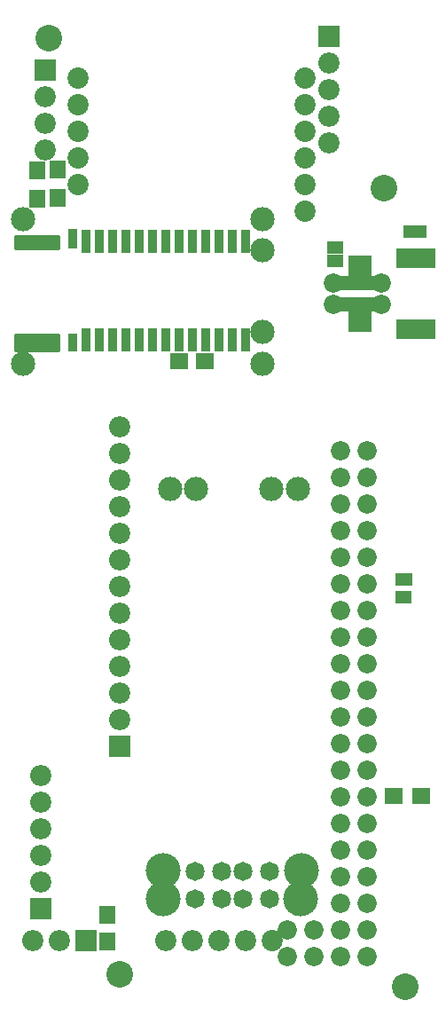
<source format=gts>
%TF.GenerationSoftware,KiCad,Pcbnew,4.0.4-stable*%
%TF.CreationDate,2017-05-07T04:07:06+03:00*%
%TF.ProjectId,back_prototype,6261636B5F70726F746F747970652E6B,rev?*%
%TF.FileFunction,Soldermask,Top*%
%FSLAX46Y46*%
G04 Gerber Fmt 4.6, Leading zero omitted, Abs format (unit mm)*
G04 Created by KiCad (PCBNEW 4.0.4-stable) date 05/07/17 04:07:06*
%MOMM*%
%LPD*%
G01*
G04 APERTURE LIST*
%ADD10C,0.100000*%
%ADD11C,2.540000*%
%ADD12R,1.620000X1.820000*%
%ADD13O,2.320000X2.320000*%
%ADD14R,2.020000X2.020000*%
%ADD15O,2.020000X2.020000*%
%ADD16R,3.820000X1.320000*%
%ADD17R,3.720000X1.920000*%
%ADD18C,1.844000*%
%ADD19R,2.320000X2.320000*%
%ADD20R,1.590000X1.290000*%
%ADD21C,2.020000*%
%ADD22R,1.820000X1.620000*%
%ADD23R,1.570000X1.820000*%
%ADD24R,1.820000X1.570000*%
%ADD25R,0.920000X1.720000*%
%ADD26R,0.920000X2.320000*%
%ADD27R,0.920000X1.920000*%
%ADD28R,0.820000X1.220000*%
%ADD29C,1.820000*%
%ADD30C,3.320000*%
%ADD31C,2.320000*%
%ADD32C,0.254000*%
G04 APERTURE END LIST*
D10*
D11*
X76850000Y-58200000D03*
D12*
X45656500Y-59198500D03*
X45656500Y-56498500D03*
D13*
X42324400Y-61180800D03*
X42324400Y-74980800D03*
X65184400Y-61180800D03*
X65184400Y-64180800D03*
X65184400Y-71980800D03*
X65184400Y-74980800D03*
D14*
X44069000Y-127000000D03*
D15*
X44069000Y-124460000D03*
X44069000Y-121920000D03*
X44069000Y-119380000D03*
X44069000Y-116840000D03*
X44069000Y-114300000D03*
D16*
X74288600Y-69326000D03*
X74288600Y-67326000D03*
D17*
X79838600Y-71726000D03*
X79838600Y-64926000D03*
D18*
X71983600Y-69342000D03*
X71983600Y-67310000D03*
X76555600Y-67310000D03*
X76555600Y-69342000D03*
D19*
X74523600Y-70866000D03*
X74523600Y-65786000D03*
D14*
X51562000Y-111506000D03*
D15*
X51562000Y-108966000D03*
X51562000Y-106426000D03*
X51562000Y-103886000D03*
X51562000Y-101346000D03*
X51562000Y-98806000D03*
X51562000Y-96266000D03*
X51562000Y-93726000D03*
X51562000Y-91186000D03*
X51562000Y-88646000D03*
X51562000Y-86106000D03*
X51562000Y-83566000D03*
X51562000Y-81026000D03*
D14*
X44450000Y-46990000D03*
D15*
X44450000Y-49530000D03*
X44450000Y-52070000D03*
X44450000Y-54610000D03*
D20*
X72186800Y-65156000D03*
X72186800Y-63876000D03*
D14*
X71577200Y-43789600D03*
D15*
X71577200Y-46329600D03*
X71577200Y-48869600D03*
X71577200Y-51409600D03*
X71577200Y-53949600D03*
D12*
X43688000Y-59215000D03*
X43688000Y-56515000D03*
D21*
X47599600Y-47701200D03*
X47599600Y-50241200D03*
X47599600Y-52781200D03*
X47599600Y-55321200D03*
X47599600Y-57861200D03*
X69299600Y-47701200D03*
X69299600Y-50241200D03*
X69299600Y-52781200D03*
X69299600Y-55321200D03*
X69299600Y-57861200D03*
X69299600Y-60401200D03*
D22*
X80408760Y-116240560D03*
X77708760Y-116240560D03*
D23*
X50355500Y-130091500D03*
X50355500Y-127591500D03*
D24*
X57233500Y-74739500D03*
X59733500Y-74739500D03*
D25*
X47117000Y-72992000D03*
D26*
X48387000Y-72692000D03*
X49657000Y-72692000D03*
X50927000Y-72692000D03*
X52197000Y-72692000D03*
X53467000Y-72692000D03*
X54737000Y-72692000D03*
X56007000Y-72692000D03*
X57277000Y-72692000D03*
X58547000Y-72692000D03*
X59817000Y-72692000D03*
X61087000Y-72692000D03*
X62357000Y-72692000D03*
X63627000Y-72692000D03*
X63627000Y-63292000D03*
X62357000Y-63292000D03*
X61087000Y-63292000D03*
X59817000Y-63292000D03*
X58547000Y-63292000D03*
X57277000Y-63292000D03*
X56007000Y-63292000D03*
X54737000Y-63292000D03*
X53467000Y-63292000D03*
X52197000Y-63292000D03*
X50927000Y-63292000D03*
X49657000Y-63292000D03*
X48387000Y-63292000D03*
D27*
X47117000Y-63092000D03*
D28*
X78323440Y-97271840D03*
X79023440Y-97271840D03*
X78354960Y-95554800D03*
X79054960Y-95554800D03*
D29*
X65847500Y-126050500D03*
X63307500Y-126050500D03*
X61277500Y-126050500D03*
X58737500Y-126050500D03*
D30*
X68897500Y-123380500D03*
X55737500Y-123380500D03*
D14*
X48323500Y-130048000D03*
D15*
X45783500Y-130048000D03*
X43243500Y-130048000D03*
D29*
X58777600Y-123393200D03*
X61317600Y-123393200D03*
X63347600Y-123393200D03*
X65887600Y-123393200D03*
D30*
X55727600Y-126063200D03*
X68887600Y-126063200D03*
D21*
X66103500Y-130048000D03*
D15*
X63563500Y-130048000D03*
X61023500Y-130048000D03*
X58483500Y-130048000D03*
X55943500Y-130048000D03*
D18*
X72644000Y-83312000D03*
X75184000Y-83312000D03*
X72644000Y-85852000D03*
X75184000Y-85852000D03*
X72644000Y-88392000D03*
X75184000Y-88392000D03*
X72644000Y-90932000D03*
X75184000Y-90932000D03*
X72644000Y-93472000D03*
X75184000Y-93472000D03*
X72644000Y-96012000D03*
X75184000Y-96012000D03*
X72644000Y-98552000D03*
X75184000Y-98552000D03*
X72644000Y-101092000D03*
X75184000Y-101092000D03*
X72644000Y-103632000D03*
X75184000Y-103632000D03*
X72644000Y-106172000D03*
X75184000Y-106172000D03*
X72644000Y-108712000D03*
X75184000Y-108712000D03*
X72644000Y-111252000D03*
X75184000Y-111252000D03*
X72644000Y-113792000D03*
X75184000Y-113792000D03*
X72644000Y-116332000D03*
X75184000Y-116332000D03*
X72644000Y-118872000D03*
X75184000Y-118872000D03*
X72644000Y-121412000D03*
X75184000Y-121412000D03*
X72644000Y-123952000D03*
X75184000Y-123952000D03*
X72644000Y-126492000D03*
X75184000Y-126492000D03*
X72644000Y-129032000D03*
X75184000Y-129032000D03*
X72644000Y-131572000D03*
X75184000Y-131572000D03*
X70104000Y-129032000D03*
X70104000Y-131572000D03*
X67564000Y-129032000D03*
X67564000Y-131572000D03*
D31*
X58890800Y-86969600D03*
X56390800Y-86969600D03*
X68590800Y-86969600D03*
X66090800Y-86969600D03*
D28*
X80461080Y-62372240D03*
X79761080Y-62372240D03*
X79061080Y-62372240D03*
D11*
X44800000Y-43900000D03*
X51600000Y-133250000D03*
X78850000Y-134400000D03*
D32*
G36*
X45773000Y-63973000D02*
X41627000Y-63973000D01*
X41627000Y-62827000D01*
X45773000Y-62827000D01*
X45773000Y-63973000D01*
X45773000Y-63973000D01*
G37*
X45773000Y-63973000D02*
X41627000Y-63973000D01*
X41627000Y-62827000D01*
X45773000Y-62827000D01*
X45773000Y-63973000D01*
G36*
X45773000Y-73773000D02*
X41627000Y-73773000D01*
X41627000Y-72227000D01*
X45773000Y-72227000D01*
X45773000Y-73773000D01*
X45773000Y-73773000D01*
G37*
X45773000Y-73773000D02*
X41627000Y-73773000D01*
X41627000Y-72227000D01*
X45773000Y-72227000D01*
X45773000Y-73773000D01*
M02*

</source>
